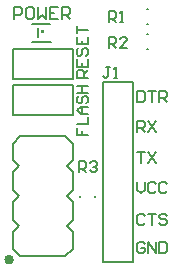
<source format=gto>
G04*
G04 #@! TF.GenerationSoftware,Altium Limited,Altium Designer,18.0.12 (696)*
G04*
G04 Layer_Color=65535*
%FSAX24Y24*%
%MOIN*%
G70*
G01*
G75*
%ADD10C,0.0170*%
%ADD11C,0.0079*%
%ADD12C,0.0050*%
%ADD13C,0.0080*%
%ADD14C,0.0070*%
G36*
X001450Y007950D02*
X001550Y007950D01*
X001550Y008050D01*
X001450Y008050D01*
X001450Y007950D01*
X001450Y007950D02*
G37*
D10*
X000460Y000390D02*
G03*
X000460Y000390I-000080J000000D01*
G01*
D11*
X002754Y002460D02*
X002754Y002500D01*
X003246Y002460D02*
X003246Y002500D01*
X002500Y006400D02*
X002500Y007400D01*
X000500Y006400D02*
X002500Y006400D01*
X000500Y006400D02*
X000500Y007400D01*
X002500Y007400D01*
X003500Y006300D02*
X004500Y006300D01*
X003500Y000300D02*
X004500Y000300D01*
X003500Y000300D02*
X003500Y006300D01*
X004500Y000300D02*
X004500Y006300D01*
X004976Y007404D02*
X005015Y007404D01*
X004976Y007896D02*
X005015Y007896D01*
X004980Y008746D02*
X005020Y008746D01*
X004980Y008254D02*
X005020Y008254D01*
X002500Y005200D02*
X002500Y006200D01*
X000500Y005200D02*
X002500Y005200D01*
X000500Y005200D02*
X000500Y006200D01*
X002500Y006200D01*
D12*
X001135Y008250D02*
X001730Y008250D01*
X001135Y007655D02*
X001770Y007655D01*
X001350Y007800D02*
X001350Y008100D01*
D13*
X000500Y000750D02*
X000500Y001300D01*
X000500Y002700D02*
X000500Y003300D01*
X000500Y001300D02*
X000700Y001500D01*
X000500Y001700D02*
X000700Y001500D01*
X000500Y002300D02*
X000700Y002500D01*
X000500Y001700D02*
X000500Y002300D01*
X000500Y002700D02*
X000700Y002500D01*
X002300Y002500D02*
X002500Y002700D01*
X002500Y001700D02*
X002500Y002300D01*
X002300Y002500D02*
X002500Y002300D01*
X002300Y001500D02*
X002500Y001700D01*
X002300Y001500D02*
X002500Y001300D01*
X002500Y002700D02*
X002500Y003300D01*
X002500Y000750D02*
X002500Y001300D01*
X000500Y004250D02*
X000750Y004500D01*
X002250Y004500D02*
X002500Y004250D01*
X000750Y004500D02*
X002250Y004500D01*
X000500Y003700D02*
X000700Y003500D01*
X000500Y003700D02*
X000500Y004250D01*
X000500Y003300D02*
X000700Y003500D01*
X002300Y003500D02*
X002500Y003300D01*
X002500Y003700D02*
X002500Y004250D01*
X002300Y003500D02*
X002500Y003700D01*
X000750Y000500D02*
X002250Y000500D01*
X002500Y000750D01*
X000500Y000750D02*
X000750Y000500D01*
D14*
X002700Y003300D02*
X002700Y003670D01*
X002885Y003670D01*
X002947Y003608D01*
X002947Y003485D01*
X002885Y003423D01*
X002700Y003423D01*
X002823Y003423D02*
X002947Y003300D01*
X003070Y003608D02*
X003132Y003670D01*
X003255Y003670D01*
X003316Y003608D01*
X003316Y003547D01*
X003255Y003485D01*
X003193Y003485D01*
X003255Y003485D01*
X003316Y003423D01*
X003316Y003362D01*
X003255Y003300D01*
X003132Y003300D01*
X003070Y003362D01*
X003000Y006450D02*
X002630Y006450D01*
X002630Y006635D01*
X002692Y006697D01*
X002815Y006697D01*
X002877Y006635D01*
X002877Y006450D01*
X002877Y006573D02*
X003000Y006697D01*
X002630Y007066D02*
X002630Y006820D01*
X003000Y006820D01*
X003000Y007066D01*
X002815Y006820D02*
X002815Y006943D01*
X002692Y007436D02*
X002630Y007375D01*
X002630Y007251D01*
X002692Y007190D01*
X002753Y007190D01*
X002815Y007251D01*
X002815Y007375D01*
X002877Y007436D01*
X002938Y007436D01*
X003000Y007375D01*
X003000Y007251D01*
X002938Y007190D01*
X002630Y007806D02*
X002630Y007560D01*
X003000Y007560D01*
X003000Y007806D01*
X002815Y007560D02*
X002815Y007683D01*
X002630Y007930D02*
X002630Y008176D01*
X002630Y008053D01*
X003000Y008053D01*
X000550Y008400D02*
X000550Y008800D01*
X000750Y008800D01*
X000817Y008733D01*
X000817Y008600D01*
X000750Y008533D01*
X000550Y008533D01*
X001150Y008800D02*
X001017Y008800D01*
X000950Y008733D01*
X000950Y008467D01*
X001017Y008400D01*
X001150Y008400D01*
X001216Y008467D01*
X001216Y008733D01*
X001150Y008800D01*
X001350Y008800D02*
X001350Y008400D01*
X001483Y008533D01*
X001616Y008400D01*
X001616Y008800D01*
X002016Y008800D02*
X001750Y008800D01*
X001750Y008400D01*
X002016Y008400D01*
X001750Y008600D02*
X001883Y008600D01*
X002149Y008400D02*
X002149Y008800D01*
X002349Y008800D01*
X002416Y008733D01*
X002416Y008600D01*
X002349Y008533D01*
X002149Y008533D01*
X002283Y008533D02*
X002416Y008400D01*
X004897Y001858D02*
X004835Y001920D01*
X004712Y001920D01*
X004650Y001858D01*
X004650Y001612D01*
X004712Y001550D01*
X004835Y001550D01*
X004897Y001612D01*
X005020Y001920D02*
X005266Y001920D01*
X005143Y001920D01*
X005143Y001550D01*
X005636Y001858D02*
X005575Y001920D01*
X005451Y001920D01*
X005390Y001858D01*
X005390Y001797D01*
X005451Y001735D01*
X005575Y001735D01*
X005636Y001673D01*
X005636Y001612D01*
X005575Y001550D01*
X005451Y001550D01*
X005390Y001612D01*
X004650Y006020D02*
X004650Y005650D01*
X004835Y005650D01*
X004897Y005712D01*
X004897Y005958D01*
X004835Y006020D01*
X004650Y006020D01*
X005020Y006020D02*
X005266Y006020D01*
X005143Y006020D01*
X005143Y005650D01*
X005390Y005650D02*
X005390Y006020D01*
X005575Y006020D01*
X005636Y005958D01*
X005636Y005835D01*
X005575Y005773D01*
X005390Y005773D01*
X005513Y005773D02*
X005636Y005650D01*
X004650Y006020D02*
X004650Y005650D01*
X004835Y005650D01*
X004897Y005712D01*
X004897Y005958D01*
X004835Y006020D01*
X004650Y006020D01*
X005020Y006020D02*
X005266Y006020D01*
X005143Y006020D01*
X005143Y005650D01*
X005390Y005650D02*
X005390Y006020D01*
X005575Y006020D01*
X005636Y005958D01*
X005636Y005835D01*
X005575Y005773D01*
X005390Y005773D01*
X005513Y005773D02*
X005636Y005650D01*
X004650Y004650D02*
X004650Y005020D01*
X004835Y005020D01*
X004897Y004958D01*
X004897Y004835D01*
X004835Y004773D01*
X004650Y004773D01*
X004773Y004773D02*
X004897Y004650D01*
X005020Y005020D02*
X005266Y004650D01*
X005266Y005020D02*
X005020Y004650D01*
X004650Y003970D02*
X004897Y003970D01*
X004773Y003970D01*
X004773Y003600D01*
X005020Y003970D02*
X005266Y003600D01*
X005266Y003970D02*
X005020Y003600D01*
X004650Y002970D02*
X004650Y002723D01*
X004773Y002600D01*
X004897Y002723D01*
X004897Y002970D01*
X005266Y002908D02*
X005205Y002970D01*
X005082Y002970D01*
X005020Y002908D01*
X005020Y002662D01*
X005082Y002600D01*
X005205Y002600D01*
X005266Y002662D01*
X005636Y002908D02*
X005575Y002970D01*
X005451Y002970D01*
X005390Y002908D01*
X005390Y002662D01*
X005451Y002600D01*
X005575Y002600D01*
X005636Y002662D01*
X004897Y000908D02*
X004835Y000970D01*
X004712Y000970D01*
X004650Y000908D01*
X004650Y000662D01*
X004712Y000600D01*
X004835Y000600D01*
X004897Y000662D01*
X004897Y000785D01*
X004773Y000785D01*
X005020Y000600D02*
X005020Y000970D01*
X005266Y000600D01*
X005266Y000970D01*
X005390Y000970D02*
X005390Y000600D01*
X005575Y000600D01*
X005636Y000662D01*
X005636Y000908D01*
X005575Y000970D01*
X005390Y000970D01*
X003747Y006820D02*
X003623Y006820D01*
X003685Y006820D01*
X003685Y006512D01*
X003623Y006450D01*
X003562Y006450D01*
X003500Y006512D01*
X003870Y006450D02*
X003993Y006450D01*
X003932Y006450D01*
X003932Y006820D01*
X003870Y006758D01*
X003700Y007450D02*
X003700Y007820D01*
X003885Y007820D01*
X003947Y007758D01*
X003947Y007635D01*
X003885Y007573D01*
X003700Y007573D01*
X003823Y007573D02*
X003947Y007450D01*
X004316Y007450D02*
X004070Y007450D01*
X004316Y007697D01*
X004316Y007758D01*
X004255Y007820D01*
X004132Y007820D01*
X004070Y007758D01*
X003700Y008300D02*
X003700Y008670D01*
X003885Y008670D01*
X003947Y008608D01*
X003947Y008485D01*
X003885Y008423D01*
X003700Y008423D01*
X003823Y008423D02*
X003947Y008300D01*
X004070Y008300D02*
X004193Y008300D01*
X004132Y008300D01*
X004132Y008670D01*
X004070Y008608D01*
X002650Y004783D02*
X002650Y004550D01*
X002825Y004550D01*
X002825Y004667D01*
X002825Y004550D01*
X003000Y004550D01*
X002650Y004900D02*
X003000Y004900D01*
X003000Y005133D01*
X003000Y005250D02*
X002767Y005250D01*
X002650Y005366D01*
X002767Y005483D01*
X003000Y005483D01*
X002825Y005483D01*
X002825Y005250D01*
X002708Y005833D02*
X002650Y005775D01*
X002650Y005658D01*
X002708Y005600D01*
X002767Y005600D01*
X002825Y005658D01*
X002825Y005775D01*
X002883Y005833D01*
X002942Y005833D01*
X003000Y005775D01*
X003000Y005658D01*
X002942Y005600D01*
X002650Y005950D02*
X003000Y005950D01*
X002825Y005950D01*
X002825Y006183D01*
X002650Y006183D01*
X003000Y006183D01*
M02*

</source>
